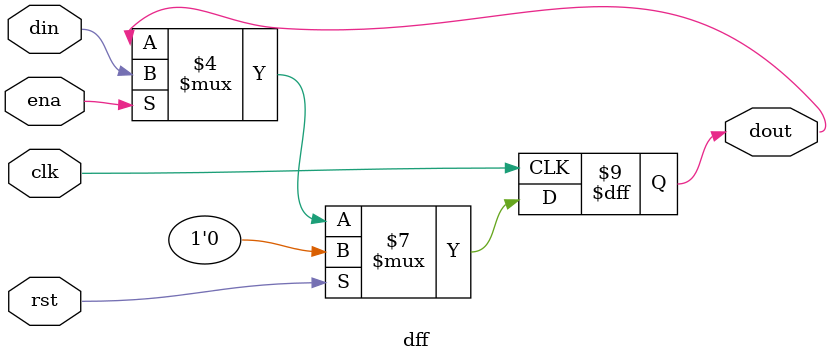
<source format=sv>

module dff
  (
   input      clk, rst, din, ena, ////din - data input, rst, ena - active high synchronus
   output reg dout ////dout - data output
   );
   
   always@(posedge clk)
     begin
	if(rst == 1'b1) 
          dout <= 1'b0;
	else begin
           if(ena == 1'b1) begin
	      dout <= din;
	   end
	end	
     end
   
endmodule

</source>
